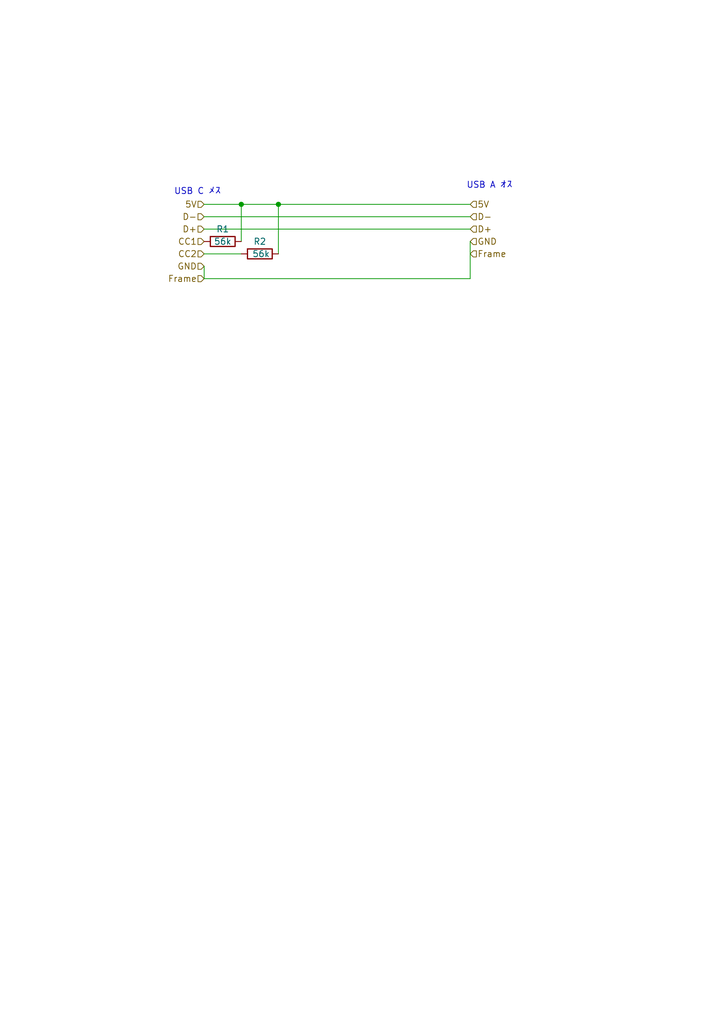
<source format=kicad_sch>
(kicad_sch (version 20250114) (generator "eeschema") (generator_version "9.0")
  (paper "A5" portrait)
  (lib_symbols
    (symbol "Device:R" (pin_numbers (hide yes)) (pin_names (offset 0))
      (property "Reference" "R" (at 2.032 0 90))
      (property "Value" "R" (at 0 0 90))
      (symbol "R_0_1"
        (rectangle (start -1.016 -2.54) (end 1.016 2.54) (stroke (width 0.254)))
      )
      (symbol "R_1_1"
        (pin passive line (at 0 3.81 270) (length 1.27) (name "~") (number "1"))
        (pin passive line (at 0 -3.81 90) (length 1.27) (name "~") (number "2"))
      )
    )
  )
  (text "USB C メス" (at 40.64 39.37 0) (effects (font (size 1.27 1.27))))
  (text "USB A オス" (at 100.584 38.1 0) (effects (font (size 1.27 1.27))))
  (junction (at 49.53 41.91))
  (junction (at 57.15 41.91))
  (wire (pts (xy 41.91 41.91) (xy 49.53 41.91)))
  (wire (pts (xy 49.53 41.91) (xy 49.53 49.53)))
  (wire (pts (xy 41.91 46.99) (xy 96.52 46.99)))
  (wire (pts (xy 41.91 54.61) (xy 41.91 57.15)))
  (wire (pts (xy 57.15 41.91) (xy 57.15 52.07)))
  (wire (pts (xy 96.52 49.53) (xy 96.52 57.15)))
  (wire (pts (xy 49.53 52.07) (xy 41.91 52.07)))
  (wire (pts (xy 49.53 41.91) (xy 57.15 41.91)))
  (wire (pts (xy 41.91 44.45) (xy 96.52 44.45)))
  (wire (pts (xy 57.15 41.91) (xy 96.52 41.91)))
  (wire (pts (xy 41.91 57.15) (xy 96.52 57.15)))
  (hierarchical_label "Frame" (shape input) (at 96.52 52.07 0))
  (hierarchical_label "D+" (shape input) (at 96.52 46.99 0))
  (hierarchical_label "5V" (shape input) (at 96.52 41.91 0))
  (hierarchical_label "GND" (shape input) (at 41.91 54.61 180))
  (hierarchical_label "D-" (shape input) (at 41.91 44.45 180))
  (hierarchical_label "5V" (shape input) (at 41.91 41.91 180))
  (hierarchical_label "D-" (shape input) (at 96.52 44.45 0))
  (hierarchical_label "GND" (shape input) (at 96.52 49.53 0))
  (hierarchical_label "D+" (shape input) (at 41.91 46.99 180))
  (hierarchical_label "CC2" (shape input) (at 41.91 52.07 180))
  (hierarchical_label "Frame" (shape input) (at 41.91 57.15 180))
  (hierarchical_label "CC1" (shape input) (at 41.91 49.53 180))
  (symbol (lib_id "Device:R") (at 45.72 49.53 90) (unit 1)
    (property "Reference" "R1" (at 45.72 46.99 90))
    (property "Value" "56k" (at 45.72 49.53 90))
    (property "Description" "Resistor" (effects (hide yes)))
  )
  (symbol (lib_id "Device:R") (at 53.34 52.07 90) (unit 1)
    (property "Reference" "R2" (at 53.34 49.53 90))
    (property "Value" "56k" (at 53.594 52.07 90))
    (property "Description" "Resistor" (effects (hide yes)))
  )
)
</source>
